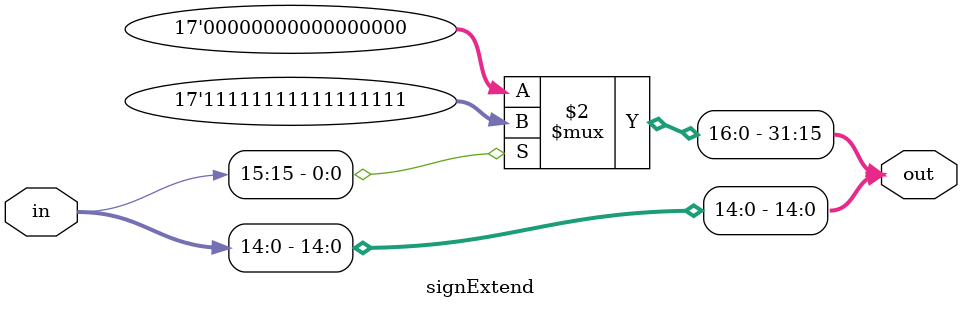
<source format=v>
module signExtend(
	input [15:0] in,
	output[31:0] out
	);
	
	// Preenche os primeiros bits de sinal
	assign out[31:15] = (in[15] == 1'b1)? 17'b11111111111111111 : 17'b00000000000000000;  
	
	// Copia os bits restantes
	assign out[14:0] = in[14:0];
	
endmodule

</source>
